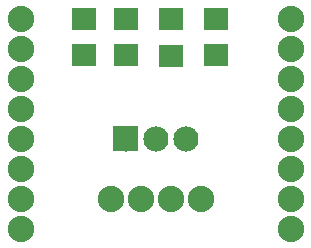
<source format=gts>
G04 MADE WITH FRITZING*
G04 WWW.FRITZING.ORG*
G04 DOUBLE SIDED*
G04 HOLES PLATED*
G04 CONTOUR ON CENTER OF CONTOUR VECTOR*
%ASAXBY*%
%FSLAX23Y23*%
%MOIN*%
%OFA0B0*%
%SFA1.0B1.0*%
%ADD10C,0.084000*%
%ADD11C,0.088000*%
%ADD12R,0.084803X0.072992*%
%ADD13R,0.001000X0.001000*%
%LNMASK1*%
G90*
G70*
G54D10*
X418Y382D03*
X518Y382D03*
X618Y382D03*
X418Y382D03*
X518Y382D03*
X618Y382D03*
G54D11*
X368Y183D03*
X468Y183D03*
X568Y183D03*
X668Y183D03*
X68Y82D03*
X68Y182D03*
X68Y282D03*
X68Y382D03*
X68Y482D03*
X68Y582D03*
X68Y682D03*
X68Y782D03*
X968Y782D03*
X968Y682D03*
X968Y582D03*
X968Y482D03*
X968Y382D03*
X968Y282D03*
X968Y182D03*
X968Y82D03*
G54D12*
X718Y660D03*
X718Y782D03*
X568Y659D03*
X568Y782D03*
X418Y782D03*
X418Y660D03*
X278Y782D03*
X278Y660D03*
G54D13*
X376Y425D02*
X459Y425D01*
X376Y424D02*
X459Y424D01*
X376Y423D02*
X459Y423D01*
X376Y422D02*
X459Y422D01*
X376Y421D02*
X459Y421D01*
X376Y420D02*
X459Y420D01*
X376Y419D02*
X459Y419D01*
X376Y418D02*
X459Y418D01*
X376Y417D02*
X459Y417D01*
X376Y416D02*
X459Y416D01*
X376Y415D02*
X459Y415D01*
X376Y414D02*
X459Y414D01*
X376Y413D02*
X459Y413D01*
X376Y412D02*
X459Y412D01*
X376Y411D02*
X459Y411D01*
X376Y410D02*
X459Y410D01*
X376Y409D02*
X459Y409D01*
X376Y408D02*
X459Y408D01*
X376Y407D02*
X459Y407D01*
X376Y406D02*
X459Y406D01*
X376Y405D02*
X459Y405D01*
X376Y404D02*
X459Y404D01*
X376Y403D02*
X459Y403D01*
X376Y402D02*
X459Y402D01*
X376Y401D02*
X459Y401D01*
X376Y400D02*
X459Y400D01*
X376Y399D02*
X459Y399D01*
X376Y398D02*
X414Y398D01*
X420Y398D02*
X459Y398D01*
X376Y397D02*
X410Y397D01*
X424Y397D02*
X459Y397D01*
X376Y396D02*
X409Y396D01*
X425Y396D02*
X459Y396D01*
X376Y395D02*
X407Y395D01*
X427Y395D02*
X459Y395D01*
X376Y394D02*
X406Y394D01*
X428Y394D02*
X459Y394D01*
X376Y393D02*
X405Y393D01*
X429Y393D02*
X459Y393D01*
X376Y392D02*
X404Y392D01*
X430Y392D02*
X459Y392D01*
X376Y391D02*
X404Y391D01*
X430Y391D02*
X459Y391D01*
X376Y390D02*
X403Y390D01*
X431Y390D02*
X459Y390D01*
X376Y389D02*
X403Y389D01*
X431Y389D02*
X459Y389D01*
X376Y388D02*
X403Y388D01*
X432Y388D02*
X459Y388D01*
X376Y387D02*
X402Y387D01*
X432Y387D02*
X459Y387D01*
X376Y386D02*
X402Y386D01*
X432Y386D02*
X459Y386D01*
X376Y385D02*
X402Y385D01*
X432Y385D02*
X459Y385D01*
X376Y384D02*
X402Y384D01*
X432Y384D02*
X459Y384D01*
X376Y383D02*
X402Y383D01*
X432Y383D02*
X459Y383D01*
X376Y382D02*
X402Y382D01*
X432Y382D02*
X459Y382D01*
X376Y381D02*
X402Y381D01*
X432Y381D02*
X459Y381D01*
X376Y380D02*
X402Y380D01*
X432Y380D02*
X459Y380D01*
X376Y379D02*
X403Y379D01*
X431Y379D02*
X459Y379D01*
X376Y378D02*
X403Y378D01*
X431Y378D02*
X459Y378D01*
X376Y377D02*
X403Y377D01*
X431Y377D02*
X459Y377D01*
X376Y376D02*
X404Y376D01*
X430Y376D02*
X459Y376D01*
X376Y375D02*
X405Y375D01*
X429Y375D02*
X459Y375D01*
X376Y374D02*
X405Y374D01*
X429Y374D02*
X459Y374D01*
X376Y373D02*
X406Y373D01*
X428Y373D02*
X459Y373D01*
X376Y372D02*
X408Y372D01*
X426Y372D02*
X459Y372D01*
X376Y371D02*
X409Y371D01*
X425Y371D02*
X459Y371D01*
X376Y370D02*
X411Y370D01*
X423Y370D02*
X459Y370D01*
X376Y369D02*
X415Y369D01*
X419Y369D02*
X459Y369D01*
X376Y368D02*
X459Y368D01*
X376Y367D02*
X459Y367D01*
X376Y366D02*
X459Y366D01*
X376Y365D02*
X459Y365D01*
X376Y364D02*
X459Y364D01*
X376Y363D02*
X459Y363D01*
X376Y362D02*
X459Y362D01*
X376Y361D02*
X459Y361D01*
X376Y360D02*
X459Y360D01*
X376Y359D02*
X459Y359D01*
X376Y358D02*
X459Y358D01*
X376Y357D02*
X459Y357D01*
X376Y356D02*
X459Y356D01*
X376Y355D02*
X459Y355D01*
X376Y354D02*
X459Y354D01*
X376Y353D02*
X459Y353D01*
X376Y352D02*
X459Y352D01*
X376Y351D02*
X459Y351D01*
X376Y350D02*
X459Y350D01*
X376Y349D02*
X459Y349D01*
X376Y348D02*
X459Y348D01*
X376Y347D02*
X459Y347D01*
X376Y346D02*
X459Y346D01*
X376Y345D02*
X459Y345D01*
X376Y344D02*
X459Y344D01*
X376Y343D02*
X459Y343D01*
X376Y342D02*
X458Y342D01*
D02*
G04 End of Mask1*
M02*
</source>
